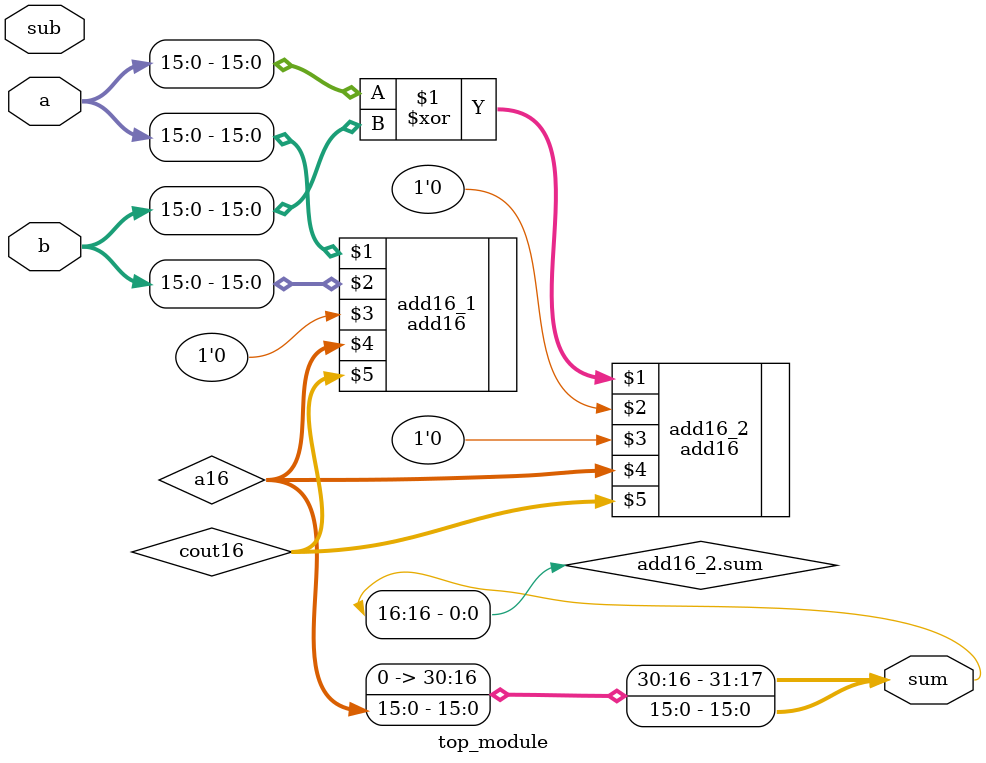
<source format=v>
module top_module(
    input [31:0] a,
    input [31:0] b,
    input sub,
    output [31:0] sum
);

    wire [15:0] a16, b16;
    wire [1:0] cout16;

    add16 #(.WIDTH(16)) add16_1 (a[15:0], b[15:0], 1'b0, a16, cout16);
    add16 #(.WIDTH(16)) add16_2 (a[15:0] ^ b[15:0], 1'b0, 1'b0, a16, cout16);

    wire [31:0] sum;

    assign sum[15:0] = a16;
    assign sum[31:16] = add16_2.sum;

endmodule
</source>
